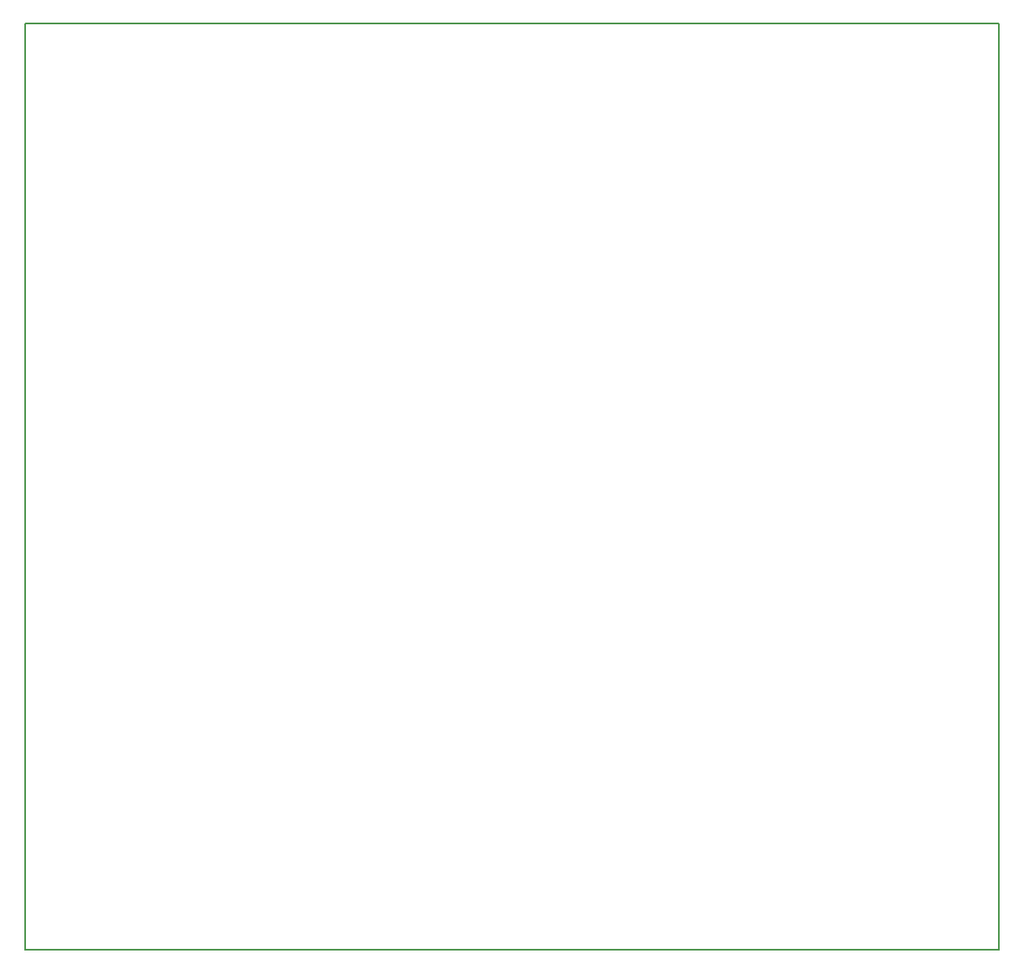
<source format=gbr>
%TF.GenerationSoftware,KiCad,Pcbnew,(6.0.9)*%
%TF.CreationDate,2023-05-03T01:49:20-07:00*%
%TF.ProjectId,Air-Quality-PCB,4169722d-5175-4616-9c69-74792d504342,rev?*%
%TF.SameCoordinates,Original*%
%TF.FileFunction,Profile,NP*%
%FSLAX46Y46*%
G04 Gerber Fmt 4.6, Leading zero omitted, Abs format (unit mm)*
G04 Created by KiCad (PCBNEW (6.0.9)) date 2023-05-03 01:49:20*
%MOMM*%
%LPD*%
G01*
G04 APERTURE LIST*
%TA.AperFunction,Profile*%
%ADD10C,0.150000*%
%TD*%
G04 APERTURE END LIST*
D10*
X103320000Y-55790000D02*
X201740000Y-55790000D01*
X201740000Y-55790000D02*
X201740000Y-149470000D01*
X201740000Y-149470000D02*
X103320000Y-149470000D01*
X103320000Y-149470000D02*
X103320000Y-55790000D01*
M02*

</source>
